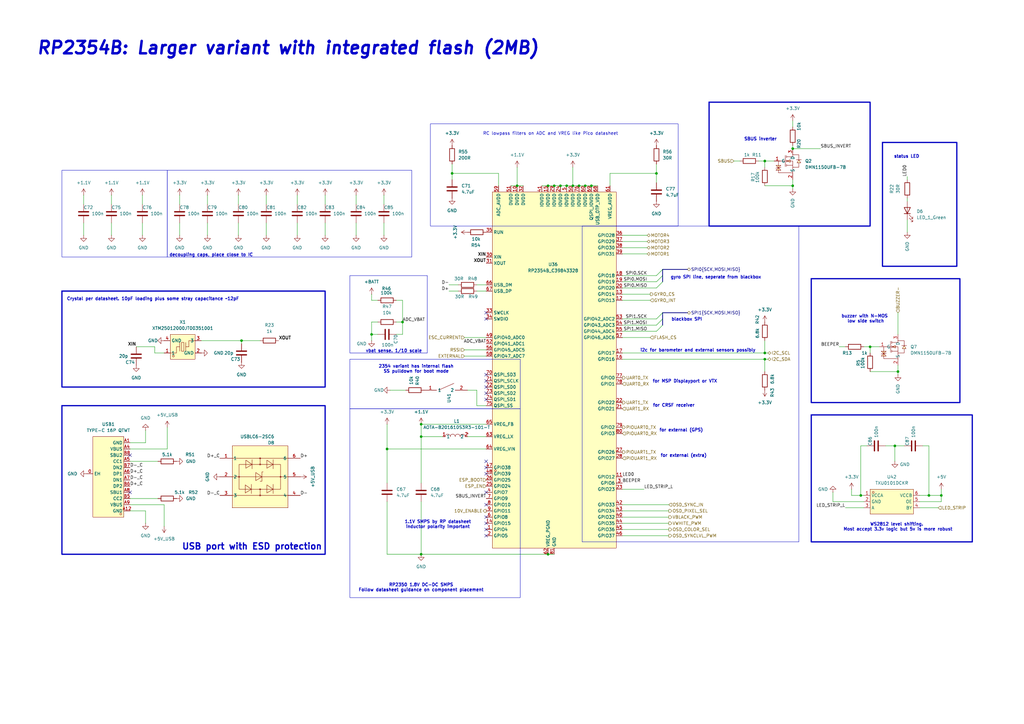
<source format=kicad_sch>
(kicad_sch (version 20250114) (generator "eeschema") (generator_version "9.0")
  (paper "A3")
  (rectangle (start 238.76 92.71) (end 327.66 222.25))
  (rectangle (start 361.95 58.42) (end 392.43 109.22) (stroke (width 0.508)))
  (rectangle (start 332.74 114.3) (end 393.7 165.1) (stroke (width 0.508)))
  (rectangle (start 25.4 166.37) (end 133.35 227.33) (stroke (width 0.508)))
  (rectangle (start 143.51 113.03) (end 175.26 144.78))
  (rectangle (start 25.4 69.85) (end 68.58 105.41))
  (rectangle (start 290.83 41.91) (end 356.87 92.71) (stroke (width 0.508)))
  (rectangle (start 143.51 147.32) (end 213.36 167.64))
  (rectangle (start 143.51 167.64) (end 213.36 245.11))
  (rectangle (start 68.58 69.85) (end 168.91 105.41))
  (rectangle (start 332.74 170.18) (end 398.78 222.25) (stroke (width 0.508)))
  (rectangle (start 25.4 119.38) (end 133.35 158.75) (stroke (width 0.508)))
  (text "vbat sense. 1/10 scale" (at 161.544 144.018 0) (effects (font (size 1.27 1.27) (thickness 0.254) (bold yes))))
  (text "RP2354B: Larger variant with integrated flash (2MB)" (at 118.11 19.812 0) (effects (font (size 5.08 5.08) (thickness 1.016) (bold yes) (italic yes))))
  (text "blackbox SPI" (at 281.686 131.064 0) (effects (font (size 1.27 1.27) (thickness 0.254) (bold yes))))
  (text "buzzer with N-MOS \nlow side switch" (at 355.092 130.81 0) (effects (font (size 1.27 1.27) (thickness 0.254) (bold yes))))
  (text "for MSP Displayport or VTX" (at 280.924 156.464 0) (effects (font (size 1.27 1.27) (thickness 0.254) (bold yes))))
  (text "2354 variant has internal flash\nSS pulldown for boot mode" (at 170.688 151.384 0) (effects (font (size 1.27 1.27) (thickness 0.254) (bold yes))))
  (text "RP2350 1.8V DC-DC SMPS\nFollow datasheet guidance on component placement" (at 172.72 241.046 0) (effects (font (size 1.27 1.27) (thickness 0.254) (bold yes))))
  (text "for CRSF receiver" (at 276.352 166.37 0) (effects (font (size 1.27 1.27) (thickness 0.254) (bold yes))))
  (text "gyro SPI line, seperate from blackbox" (at 293.624 113.792 0) (effects (font (size 1.27 1.27) (thickness 0.254) (bold yes))))
  (text "decoupling caps, place close to IC" (at 86.614 104.648 0) (effects (font (size 1.27 1.27) (thickness 0.254) (bold yes))))
  (text "for external (extra)" (at 280.416 186.944 0) (effects (font (size 1.27 1.27) (thickness 0.254) (bold yes))))
  (text "status LED" (at 371.856 64.262 0) (effects (font (size 1.27 1.27) (thickness 0.254) (bold yes))))
  (text "Crystal per datasheet. 10pF loading plus some stray capacitance ~12pF" (at 62.738 122.682 0) (effects (font (size 1.27 1.27) (thickness 0.254) (bold yes))))
  (text "for external (GPS)" (at 279.4 176.53 0) (effects (font (size 1.27 1.27) (thickness 0.254) (bold yes))))
  (text "i2c for barometer and external sensors possibly" (at 286.258 143.764 0) (effects (font (size 1.27 1.27) (thickness 0.254) (bold yes))))
  (text "SBUS inverter" (at 311.912 57.15 0) (effects (font (size 1.27 1.27) (thickness 0.254) (bold yes))))
  (text "RC lowpass filters on ADC and VREG like Pico datasheet" (at 225.806 54.864 0) (effects (font (size 1.27 1.27))))
  (text "WS2812 level shifting.\n Most accept 3.3v logic but 5v is more robust" (at 367.792 216.154 0) (effects (font (size 1.27 1.27) (thickness 0.254) (bold yes))))
  (text "USB port with ESD protection" (at 103.378 224.282 0) (effects (font (size 2.54 2.54) (thickness 0.508) (bold yes))))
  (text "1.1V SMPS by RP datasheet\ninductor polarity important" (at 179.578 215.138 0) (effects (font (size 1.27 1.27) (thickness 0.254) (bold yes))))
  (text_box "" (at 176.53 50.8 0) (size 101.6 41.91) (margins 0.9525 0.9525 0.9525 0.9525) (effects (font (size 1.27 1.27)) (justify left top)))
  (junction (at 224.79 227.33))
  (junction (at 172.72 173.99))
  (junction (at 99.06 139.7))
  (junction (at 242.57 76.2))
  (junction (at 237.49 76.2))
  (junction (at 158.75 184.15))
  (junction (at 325.12 60.96))
  (junction (at 229.87 76.2))
  (junction (at 152.4 137.16))
  (junction (at 325.12 76.2))
  (junction (at 356.87 142.24))
  (junction (at 224.79 76.2))
  (junction (at 353.06 203.2))
  (junction (at 313.69 144.78))
  (junction (at 232.41 76.2))
  (junction (at 165.1 132.08))
  (junction (at 367.03 182.88))
  (junction (at 269.24 71.12))
  (junction (at 172.72 227.33))
  (junction (at 381 203.2))
  (junction (at 227.33 76.2))
  (junction (at 240.03 76.2))
  (junction (at 368.3 152.4))
  (junction (at 313.69 66.04))
  (junction (at 313.69 147.32))
  (junction (at 212.09 76.2))
  (junction (at 234.95 76.2))
  (junction (at 172.72 179.07))
  (junction (at 386.08 203.2))
  (junction (at 185.42 71.12))
  (no_connect (at 53.34 201.93))
  (no_connect (at 199.39 217.17))
  (no_connect (at 199.39 191.77))
  (no_connect (at 199.39 130.81))
  (no_connect (at 199.39 163.83))
  (no_connect (at 199.39 194.31))
  (no_connect (at 199.39 153.67))
  (no_connect (at 199.39 207.01))
  (no_connect (at 199.39 158.75))
  (no_connect (at 199.39 128.27))
  (no_connect (at 199.39 161.29))
  (no_connect (at 53.34 186.69))
  (no_connect (at 199.39 189.23))
  (no_connect (at 199.39 201.93))
  (no_connect (at 199.39 212.09))
  (no_connect (at 199.39 214.63))
  (no_connect (at 199.39 219.71))
  (no_connect (at 199.39 156.21))
  (bus_entry (at 269.24 115.57) (size 2.54 -2.54))
  (bus_entry (at 269.24 133.35) (size 2.54 -2.54))
  (bus_entry (at 269.24 130.81) (size 2.54 -2.54))
  (bus_entry (at 269.24 135.89) (size 2.54 -2.54))
  (bus_entry (at 269.24 118.11) (size 2.54 -2.54))
  (bus_entry (at 269.24 113.03) (size 2.54 -2.54))
  (wire (pts (xy 67.31 207.01) (xy 67.31 215.9)))
  (wire (pts (xy 99.06 139.7) (xy 99.06 140.97)))
  (wire (pts (xy 255.27 120.65) (xy 266.7 120.65)))
  (wire (pts (xy 255.27 115.57) (xy 269.24 115.57)))
  (wire (pts (xy 353.06 182.88) (xy 355.6 182.88)))
  (wire (pts (xy 191.77 179.07) (xy 199.39 179.07)))
  (wire (pts (xy 224.79 227.33) (xy 227.33 227.33)))
  (wire (pts (xy 381 182.88) (xy 378.46 182.88)))
  (wire (pts (xy 255.27 209.55) (xy 274.32 209.55)))
  (wire (pts (xy 325.12 76.2) (xy 325.12 77.47)))
  (wire (pts (xy 158.75 184.15) (xy 158.75 198.12)))
  (wire (pts (xy 190.5 138.43) (xy 199.39 138.43)))
  (wire (pts (xy 184.15 116.84) (xy 187.96 116.84)))
  (wire (pts (xy 367.03 182.88) (xy 370.84 182.88)))
  (wire (pts (xy 341.63 205.74) (xy 341.63 201.93)))
  (wire (pts (xy 269.24 67.31) (xy 269.24 71.12)))
  (wire (pts (xy 356.87 142.24) (xy 360.68 142.24)))
  (wire (pts (xy 227.33 76.2) (xy 229.87 76.2)))
  (wire (pts (xy 250.19 76.2) (xy 250.19 71.12)))
  (wire (pts (xy 212.09 68.58) (xy 212.09 76.2)))
  (wire (pts (xy 53.34 207.01) (xy 67.31 207.01)))
  (wire (pts (xy 386.08 200.66) (xy 386.08 203.2)))
  (wire (pts (xy 346.71 208.28) (xy 354.33 208.28)))
  (wire (pts (xy 209.55 76.2) (xy 212.09 76.2)))
  (wire (pts (xy 34.29 80.01) (xy 34.29 83.82)))
  (wire (pts (xy 109.22 91.44) (xy 109.22 96.52)))
  (wire (pts (xy 255.27 123.19) (xy 266.7 123.19)))
  (wire (pts (xy 349.25 200.66) (xy 349.25 203.2)))
  (wire (pts (xy 325.12 60.96) (xy 336.55 60.96)))
  (wire (pts (xy 58.42 91.44) (xy 58.42 96.52)))
  (wire (pts (xy 172.72 173.99) (xy 199.39 173.99)))
  (wire (pts (xy 204.47 76.2) (xy 204.47 71.12)))
  (wire (pts (xy 313.69 76.2) (xy 325.12 76.2)))
  (wire (pts (xy 381 203.2) (xy 386.08 203.2)))
  (wire (pts (xy 190.5 146.05) (xy 199.39 146.05)))
  (bus (pts (xy 271.78 130.81) (xy 271.78 133.35)))
  (wire (pts (xy 53.34 184.15) (xy 68.58 184.15)))
  (wire (pts (xy 190.5 143.51) (xy 199.39 143.51)))
  (wire (pts (xy 255.27 219.71) (xy 274.32 219.71)))
  (wire (pts (xy 255.27 214.63) (xy 274.32 214.63)))
  (wire (pts (xy 354.33 142.24) (xy 356.87 142.24)))
  (wire (pts (xy 172.72 227.33) (xy 172.72 205.74)))
  (bus (pts (xy 271.78 128.27) (xy 281.94 128.27)))
  (wire (pts (xy 377.19 205.74) (xy 386.08 205.74)))
  (wire (pts (xy 53.34 181.61) (xy 59.69 181.61)))
  (wire (pts (xy 53.34 189.23) (xy 64.77 189.23)))
  (wire (pts (xy 363.22 182.88) (xy 367.03 182.88)))
  (wire (pts (xy 255.27 113.03) (xy 269.24 113.03)))
  (wire (pts (xy 234.95 76.2) (xy 237.49 76.2)))
  (bus (pts (xy 271.78 113.03) (xy 271.78 115.57)))
  (wire (pts (xy 255.27 130.81) (xy 269.24 130.81)))
  (bus (pts (xy 271.78 110.49) (xy 271.78 113.03)))
  (wire (pts (xy 368.3 152.4) (xy 368.3 153.67)))
  (wire (pts (xy 372.11 95.25) (xy 372.11 90.17)))
  (wire (pts (xy 59.69 209.55) (xy 59.69 214.63)))
  (wire (pts (xy 313.69 152.4) (xy 313.69 147.32)))
  (wire (pts (xy 152.4 139.7) (xy 152.4 137.16)))
  (wire (pts (xy 45.72 91.44) (xy 45.72 96.52)))
  (wire (pts (xy 242.57 76.2) (xy 245.11 76.2)))
  (wire (pts (xy 172.72 173.99) (xy 172.72 179.07)))
  (wire (pts (xy 158.75 173.99) (xy 158.75 184.15)))
  (wire (pts (xy 313.69 147.32) (xy 314.96 147.32)))
  (wire (pts (xy 172.72 179.07) (xy 172.72 198.12)))
  (wire (pts (xy 255.27 133.35) (xy 269.24 133.35)))
  (wire (pts (xy 162.56 132.08) (xy 165.1 132.08)))
  (wire (pts (xy 85.09 80.01) (xy 85.09 83.82)))
  (wire (pts (xy 372.11 73.66) (xy 372.11 72.39)))
  (wire (pts (xy 265.43 101.6) (xy 255.27 101.6)))
  (wire (pts (xy 269.24 71.12) (xy 269.24 74.93)))
  (wire (pts (xy 265.43 104.14) (xy 255.27 104.14)))
  (wire (pts (xy 121.92 91.44) (xy 121.92 96.52)))
  (wire (pts (xy 255.27 147.32) (xy 313.69 147.32)))
  (wire (pts (xy 224.79 76.2) (xy 227.33 76.2)))
  (wire (pts (xy 55.88 142.24) (xy 63.5 142.24)))
  (wire (pts (xy 204.47 71.12) (xy 185.42 71.12)))
  (wire (pts (xy 185.42 67.31) (xy 185.42 71.12)))
  (wire (pts (xy 146.05 91.44) (xy 146.05 96.52)))
  (wire (pts (xy 195.58 166.37) (xy 199.39 166.37)))
  (wire (pts (xy 265.43 99.06) (xy 255.27 99.06)))
  (wire (pts (xy 313.69 144.78) (xy 314.96 144.78)))
  (wire (pts (xy 255.27 207.01) (xy 274.32 207.01)))
  (wire (pts (xy 269.24 118.11) (xy 255.27 118.11)))
  (bus (pts (xy 271.78 110.49) (xy 281.94 110.49)))
  (wire (pts (xy 313.69 66.04) (xy 313.69 68.58)))
  (wire (pts (xy 99.06 139.7) (xy 106.68 139.7)))
  (wire (pts (xy 184.15 119.38) (xy 187.96 119.38)))
  (wire (pts (xy 325.12 73.66) (xy 325.12 76.2)))
  (wire (pts (xy 300.99 66.04) (xy 303.53 66.04)))
  (wire (pts (xy 255.27 217.17) (xy 274.32 217.17)))
  (wire (pts (xy 234.95 68.58) (xy 234.95 76.2)))
  (wire (pts (xy 356.87 142.24) (xy 356.87 144.78)))
  (wire (pts (xy 265.43 96.52) (xy 255.27 96.52)))
  (wire (pts (xy 195.58 116.84) (xy 199.39 116.84)))
  (wire (pts (xy 255.27 212.09) (xy 274.32 212.09)))
  (wire (pts (xy 53.34 204.47) (xy 64.77 204.47)))
  (wire (pts (xy 195.58 160.02) (xy 195.58 166.37)))
  (wire (pts (xy 250.19 71.12) (xy 269.24 71.12)))
  (wire (pts (xy 325.12 59.69) (xy 325.12 60.96)))
  (wire (pts (xy 377.19 208.28) (xy 384.81 208.28)))
  (wire (pts (xy 165.1 132.08) (xy 165.1 123.19)))
  (wire (pts (xy 146.05 80.01) (xy 146.05 83.82)))
  (wire (pts (xy 269.24 135.89) (xy 255.27 135.89)))
  (bus (pts (xy 271.78 128.27) (xy 271.78 130.81)))
  (wire (pts (xy 58.42 80.01) (xy 58.42 83.82)))
  (wire (pts (xy 97.79 80.01) (xy 97.79 83.82)))
  (wire (pts (xy 152.4 137.16) (xy 154.94 137.16)))
  (wire (pts (xy 264.16 200.66) (xy 255.27 200.66)))
  (wire (pts (xy 162.56 137.16) (xy 165.1 137.16)))
  (wire (pts (xy 121.92 80.01) (xy 121.92 83.82)))
  (wire (pts (xy 165.1 123.19) (xy 162.56 123.19)))
  (wire (pts (xy 199.39 184.15) (xy 158.75 184.15)))
  (wire (pts (xy 157.48 80.01) (xy 157.48 83.82)))
  (wire (pts (xy 82.55 139.7) (xy 99.06 139.7)))
  (wire (pts (xy 158.75 227.33) (xy 172.72 227.33)))
  (wire (pts (xy 158.75 205.74) (xy 158.75 227.33)))
  (wire (pts (xy 232.41 76.2) (xy 234.95 76.2)))
  (wire (pts (xy 172.72 227.33) (xy 224.79 227.33)))
  (wire (pts (xy 381 203.2) (xy 381 182.88)))
  (wire (pts (xy 195.58 119.38) (xy 199.39 119.38)))
  (wire (pts (xy 191.77 160.02) (xy 195.58 160.02)))
  (wire (pts (xy 325.12 49.53) (xy 325.12 52.07)))
  (wire (pts (xy 368.3 149.86) (xy 368.3 152.4)))
  (wire (pts (xy 63.5 142.24) (xy 63.5 144.78)))
  (wire (pts (xy 73.66 80.01) (xy 73.66 83.82)))
  (wire (pts (xy 73.66 91.44) (xy 73.66 96.52)))
  (wire (pts (xy 353.06 203.2) (xy 353.06 182.88)))
  (wire (pts (xy 59.69 176.53) (xy 59.69 181.61)))
  (wire (pts (xy 152.4 132.08) (xy 154.94 132.08)))
  (wire (pts (xy 313.69 66.04) (xy 317.5 66.04)))
  (wire (pts (xy 353.06 203.2) (xy 349.25 203.2)))
  (wire (pts (xy 354.33 203.2) (xy 353.06 203.2)))
  (wire (pts (xy 68.58 184.15) (xy 68.58 175.26)))
  (wire (pts (xy 63.5 144.78) (xy 67.31 144.78)))
  (wire (pts (xy 109.22 80.01) (xy 109.22 83.82)))
  (wire (pts (xy 185.42 71.12) (xy 185.42 73.66)))
  (wire (pts (xy 356.87 152.4) (xy 368.3 152.4)))
  (wire (pts (xy 160.02 160.02) (xy 166.37 160.02)))
  (wire (pts (xy 367.03 189.23) (xy 367.03 182.88)))
  (wire (pts (xy 255.27 144.78) (xy 313.69 144.78)))
  (wire (pts (xy 133.35 91.44) (xy 133.35 96.52)))
  (wire (pts (xy 165.1 132.08) (xy 165.1 137.16)))
  (wire (pts (xy 240.03 76.2) (xy 242.57 76.2)))
  (wire (pts (xy 152.4 120.65) (xy 152.4 123.19)))
  (wire (pts (xy 45.72 80.01) (xy 45.72 83.82)))
  (wire (pts (xy 368.3 128.27) (xy 368.3 137.16)))
  (wire (pts (xy 212.09 76.2) (xy 214.63 76.2)))
  (wire (pts (xy 53.34 209.55) (xy 59.69 209.55)))
  (wire (pts (xy 34.29 91.44) (xy 34.29 96.52)))
  (wire (pts (xy 229.87 76.2) (xy 232.41 76.2)))
  (wire (pts (xy 133.35 80.01) (xy 133.35 83.82)))
  (wire (pts (xy 311.15 66.04) (xy 313.69 66.04)))
  (wire (pts (xy 372.11 82.55) (xy 372.11 81.28)))
  (wire (pts (xy 152.4 137.16) (xy 152.4 132.08)))
  (wire (pts (xy 313.69 139.7) (xy 313.69 144.78)))
  (wire (pts (xy 255.27 138.43) (xy 266.7 138.43)))
  (wire (pts (xy 85.09 91.44) (xy 85.09 96.52)))
  (wire (pts (xy 222.25 76.2) (xy 224.79 76.2)))
  (wire (pts (xy 172.72 179.07) (xy 181.61 179.07)))
  (wire (pts (xy 377.19 203.2) (xy 381 203.2)))
  (wire (pts (xy 344.17 142.24) (xy 346.71 142.24)))
  (wire (pts (xy 152.4 123.19) (xy 154.94 123.19)))
  (wire (pts (xy 386.08 205.74) (xy 386.08 203.2)))
  (wire (pts (xy 354.33 205.74) (xy 341.63 205.74)))
  (wire (pts (xy 97.79 91.44) (xy 97.79 96.52)))
  (wire (pts (xy 157.48 91.44) (xy 157.48 96.52)))
  (wire (pts (xy 237.49 76.2) (xy 240.03 76.2)))
  (label "BEEPER" (at 344.17 142.24 180))
  (label "SPI1.MOSI" (at 265.43 133.35 180))
  (label "D-_C" (at 53.34 196.85 0))
  (label "BEEPER" (at 255.27 198.12 0))
  (label "SPI0.SCK" (at 265.43 113.03 180))
  (label "D+" (at 184.15 119.38 180))
  (label "D+" (at 123.19 187.96 0))
  (label "SBUS_INVERT" (at 336.55 60.96 0))
  (label "XIN" (at 199.39 105.41 180) (effects (font (thickness 0.254) (bold yes))))
  (label "ADC_VBAT" (at 199.39 140.97 180) (effects (font (thickness 0.1588))))
  (label "LED0" (at 255.27 195.58 0))
  (label "LED_STRIP_L" (at 264.16 200.66 0))
  (label "D-_C" (at 53.34 191.77 0))
  (label "D-_C" (at 90.17 203.2 180))
  (label "SPI0.MOSI" (at 265.43 115.57 180))
  (label "SPI1.SCK" (at 265.43 130.81 180))
  (label "LED_STRIP_L" (at 346.71 208.28 180))
  (label "ADC_VBAT" (at 165.1 132.08 0) (effects (font (thickness 0.1588))))
  (label "D+_C" (at 90.17 187.96 180))
  (label "D-" (at 184.15 116.84 180))
  (label "XOUT" (at 114.3 139.7 0) (effects (font (thickness 0.254) (bold yes))))
  (label "D+_C" (at 53.34 194.31 0))
  (label "SBUS_INVERT" (at 199.39 204.47 180))
  (label "D-" (at 123.19 203.2 0))
  (label "SPI1.MISO" (at 265.43 135.89 180))
  (label "XOUT" (at 199.39 107.95 180) (effects (font (thickness 0.254) (bold yes))))
  (label "XIN" (at 55.88 142.24 180) (effects (font (thickness 0.254) (bold yes))))
  (label "SPI0.MISO" (at 265.43 118.11 180))
  (label "D+_C" (at 53.34 199.39 0))
  (label "LED0" (at 372.11 72.39 90))
  (hierarchical_label "OSD_SYNC_IN" (shape input) (at 274.32 207.01 0))
  (hierarchical_label "I2C_SCL" (shape bidirectional) (at 314.96 144.78 0))
  (hierarchical_label "MOTOR2" (shape bidirectional) (at 265.43 101.6 0))
  (hierarchical_label "PIOUART1_TX" (shape output) (at 255.27 185.42 0))
  (hierarchical_label "VBLACK_PWM" (shape output) (at 274.32 212.09 0))
  (hierarchical_label "FLASH_CS" (shape input) (at 266.7 138.43 0))
  (hierarchical_label "OSD_COLOR_SEL" (shape output) (at 274.32 217.17 0))
  (hierarchical_label "ESP_EN" (shape input) (at 199.39 199.39 180))
  (hierarchical_label "SPI0{SCK,MOSI,MISO}" (shape bidirectional) (at 281.94 110.49 0))
  (hierarchical_label "MOTOR1" (shape bidirectional) (at 265.43 104.14 0))
  (hierarchical_label "GYRO_INT" (shape input) (at 266.7 123.19 0))
  (hierarchical_label "SPI1{SCK,MOSI,MISO}" (shape bidirectional) (at 281.94 128.27 0))
  (hierarchical_label "UART1_TX" (shape output) (at 255.27 165.1 0))
  (hierarchical_label "PIOUART0_RX" (shape input) (at 255.27 177.8 0))
  (hierarchical_label "OSD_SYNCLVL_PWM" (shape output) (at 274.32 219.71 0))
  (hierarchical_label "10V_ENABLE" (shape output) (at 199.39 209.55 180))
  (hierarchical_label "LED_STRIP" (shape input) (at 384.81 208.28 0))
  (hierarchical_label "UART1_RX" (shape input) (at 255.27 167.64 0))
  (hierarchical_label "OSD_PIXEL_SEL" (shape output) (at 274.32 209.55 0))
  (hierarchical_label "SBUS" (shape input) (at 300.99 66.04 180))
  (hierarchical_label "BUZZER-" (shape input) (at 368.3 128.27 90))
  (hierarchical_label "ESP_BOOT" (shape input) (at 199.39 196.85 180))
  (hierarchical_label "UART0_TX" (shape output) (at 255.27 154.94 0))
  (hierarchical_label "GYRO_CS" (shape output) (at 266.7 120.65 0))
  (hierarchical_label "MOTOR3" (shape bidirectional) (at 265.43 99.06 0))
  (hierarchical_label "UART0_RX" (shape input) (at 255.27 157.48 0))
  (hierarchical_label "RSSI" (shape input) (at 190.5 143.51 180))
  (hierarchical_label "MOTOR4" (shape bidirectional) (at 265.43 96.52 0))
  (hierarchical_label "PIOUART1_RX" (shape input) (at 255.27 187.96 0))
  (hierarchical_label "I2C_SDA" (shape bidirectional) (at 314.96 147.32 0))
  (hierarchical_label "VWHITE_PWM" (shape output) (at 274.32 214.63 0))
  (hierarchical_label "PIOUART0_TX" (shape output) (at 255.27 175.26 0))
  (hierarchical_label "ESC_CURRENT" (shape input) (at 190.5 138.43 180))
  (hierarchical_label "EXTERNAL" (shape input) (at 190.5 146.05 180))
  (symbol (lib_id "power:GND") (at 269.24 82.55 0) (unit 1)
    (property "Reference" "#PWR0239" (effects (hide yes)))
    (property "Value" "GND" (at 269.24 87.63 0))
    (property "Description" "Power symbol creates a global label with name \"GND\" , ground" (effects (hide yes)))
  )
  (symbol (lib_id "Device:C") (at 158.75 201.93 0) (unit 1)
    (property "Reference" "C67" (at 162.56 200.6599 0) (effects (justify left)))
    (property "Value" "4.7uF" (at 162.56 203.1999 0) (effects (justify left)))
    (property "Footprint" "Capacitor_SMD:C_0402_1005Metric" (effects (hide yes)))
    (property "Description" "Unpolarized capacitor" (effects (hide yes)))
    (property "LCSC" "C23733" (effects (hide yes)))
  )
  (symbol (lib_id "power:GND") (at 59.69 214.63 0) (unit 1)
    (property "Reference" "#PWR0216" (effects (hide yes)))
    (property "Value" "GND" (at 59.69 219.71 0))
    (property "Description" "Power symbol creates a global label with name \"GND\" , ground" (effects (hide yes)))
  )
  (symbol (lib_id "power:GND") (at 67.31 139.7 270) (unit 1)
    (property "Reference" "#PWR0230" (effects (hide yes)))
    (property "Value" "GND" (at 64.77 139.6999 90) (effects (justify right)))
    (property "Description" "Power symbol creates a global label with name \"GND\" , ground" (effects (hide yes)))
  )
  (symbol (lib_id "Device:R") (at 110.49 139.7 90) (unit 1)
    (property "Reference" "R23" (at 110.49 133.35 90))
    (property "Value" "1k" (at 110.49 135.89 90))
    (property "Footprint" "Resistor_SMD:R_0402_1005Metric" (effects (hide yes)))
    (property "Description" "Resistor" (effects (hide yes)))
    (property "LCSC" "C2909316" (effects (hide yes)))
  )
  (symbol (lib_id "lib:TS2306A240GFMSM9_C2976675") (at 184.15 160.02 0) (unit 1)
    (property "Reference" "U41" (at 184.1601 161.29 90) (effects (justify right)))
    (property "Value" "TS2306A 240GF MSM 9_C2976675" (effects (hide yes)))
    (property "Footprint" "lib:SW-SMD_4P-L3.0-W2.0-P0.85-LS3.5" (effects (hide yes)))
    (property "LCSC Part" "C2976675" (effects (hide yes)))
  )
  (symbol (lib_id "power:+BATT") (at 152.4 120.65 0) (unit 1)
    (property "Reference" "#PWR0212" (effects (hide yes)))
    (property "Value" "+BATT" (at 152.4 115.57 0))
  )
  (symbol (lib_id "power:GND") (at 35.56 194.31 270) (unit 1)
    (property "Reference" "#PWR0214" (effects (hide yes)))
    (property "Value" "GND" (at 31.75 194.3099 90) (effects (justify right)))
    (property "Description" "Power symbol creates a global label with name \"GND\" , ground" (effects (hide yes)))
  )
  (symbol (lib_id "power:GND") (at 59.69 176.53 180) (unit 1)
    (property "Reference" "#PWR0215" (effects (hide yes)))
    (property "Value" "GND" (at 59.69 171.45 0))
    (property "Description" "Power symbol creates a global label with name \"GND\" , ground" (effects (hide yes)))
  )
  (symbol (lib_id "power:GND") (at 133.35 96.52 0) (unit 1)
    (property "Reference" "#PWR0251" (effects (hide yes)))
    (property "Value" "GND" (at 133.35 101.6 0))
    (property "Description" "Power symbol creates a global label with name \"GND\" , ground" (effects (hide yes)))
  )
  (symbol (lib_id "Device:R") (at 158.75 132.08 90) (unit 1)
    (property "Reference" "R47" (at 158.75 125.73 90))
    (property "Value" "10k" (at 158.75 128.27 90))
    (property "Footprint" "Resistor_SMD:R_0402_1005Metric" (effects (hide yes)))
    (property "Description" "Resistor" (effects (hide yes)))
    (property "LCSC" "C2909316" (effects (hide yes)))
  )
  (symbol (lib_id "power:+3.3V") (at 269.24 59.69 0) (unit 1)
    (property "Reference" "#PWR0238" (effects (hide yes)))
    (property "Value" "+3.3V" (at 269.24 54.61 0))
    (property "Description" "Power symbol creates a global label with name \"+3.3V\"" (effects (hide yes)))
  )
  (symbol (lib_id "power:VBUS") (at 67.31 215.9 180) (unit 1)
    (property "Reference" "#PWR0217" (effects (hide yes)))
    (property "Value" "+5V_USB" (at 67.31 220.98 0))
    (property "Description" "Power symbol creates a global label with name \"VBUS\"" (effects (hide yes)))
  )
  (symbol (lib_id "power:+3.3V") (at 313.69 160.02 180) (unit 1)
    (property "Reference" "#PWR0211" (effects (hide yes)))
    (property "Value" "+3.3V" (at 313.69 165.1 0))
    (property "Description" "Power symbol creates a global label with name \"+3.3V\"" (effects (hide yes)))
  )
  (symbol (lib_id "power:+3.3V") (at 212.09 68.58 0) (unit 1)
    (property "Reference" "#PWR0236" (effects (hide yes)))
    (property "Value" "+1.1V" (at 212.09 63.5 0))
    (property "Description" "Power symbol creates a global label with name \"+3.3V\"" (effects (hide yes)))
  )
  (symbol (lib_id "power:+3.3V") (at 34.29 80.01 0) (unit 1)
    (property "Reference" "#PWR0226" (effects (hide yes)))
    (property "Value" "+1.1V" (at 34.29 74.93 0))
    (property "Description" "Power symbol creates a global label with name \"+3.3V\"" (effects (hide yes)))
  )
  (symbol (lib_id "power:VBUS") (at 123.19 195.58 270) (unit 1)
    (property "Reference" "#PWR0222" (effects (hide yes)))
    (property "Value" "+5V_USB" (at 128.27 195.58 0))
    (property "Description" "Power symbol creates a global label with name \"VBUS\"" (effects (hide yes)))
  )
  (symbol (lib_id "Device:R") (at 191.77 119.38 270) (unit 1)
    (property "Reference" "R49" (at 194.056 121.666 90))
    (property "Value" "30R" (at 188.468 121.666 90))
    (property "Footprint" "Resistor_SMD:R_0402_1005Metric" (effects (hide yes)))
    (property "Description" "Resistor" (effects (hide yes)))
    (property "LCSC" "C138007" (effects (hide yes)))
  )
  (symbol (lib_id "Device:C") (at 85.09 87.63 0) (unit 1)
    (property "Reference" "C79" (at 85.09 85.09 0) (effects (justify left)))
    (property "Value" "100n" (at 88.392 87.63 0) (effects (justify left)))
    (property "Footprint" "Capacitor_SMD:C_0402_1005Metric" (effects (hide yes)))
    (property "LCSC" "C1525" (effects (hide yes)))
  )
  (symbol (lib_id "power:+3.3V") (at 121.92 80.01 0) (unit 1)
    (property "Reference" "#PWR0248" (effects (hide yes)))
    (property "Value" "+3.3V" (at 121.92 74.93 0))
    (property "Description" "Power symbol creates a global label with name \"+3.3V\"" (effects (hide yes)))
  )
  (symbol (lib_id "Device:C") (at 73.66 87.63 0) (unit 1)
    (property "Reference" "C78" (at 73.66 85.09 0) (effects (justify left)))
    (property "Value" "100n" (at 76.962 87.63 0) (effects (justify left)))
    (property "Footprint" "Capacitor_SMD:C_0402_1005Metric" (effects (hide yes)))
    (property "LCSC" "C1525" (effects (hide yes)))
  )
  (symbol (lib_id "Device:C") (at 99.06 144.78 180) (unit 1)
    (property "Reference" "C73" (at 98.552 147.32 0) (effects (justify left)))
    (property "Value" "20p" (at 95.758 144.78 0) (effects (justify left)))
    (property "Footprint" "Capacitor_SMD:C_0402_1005Metric" (effects (hide yes)))
    (property "LCSC" "C441742" (effects (hide yes)))
  )
  (symbol (lib_id "power:+3.3V") (at 45.72 80.01 0) (unit 1)
    (property "Reference" "#PWR0228" (effects (hide yes)))
    (property "Value" "+1.1V" (at 45.72 74.93 0))
    (property "Description" "Power symbol creates a global label with name \"+3.3V\"" (effects (hide yes)))
  )
  (symbol (lib_id "lib:TYPE-C16PQTWT") (at 44.45 195.58 180) (unit 1)
    (property "Reference" "USB1" (at 44.45 173.99 0))
    (property "Value" "TYPE-C 16P QTWT" (at 44.45 176.53 0))
    (property "Footprint" "lib:USB-TYPE-C-SMD_TYPE-C-16P-QTWT" (effects (hide yes)))
    (property "LCSC Part" "C5187472" (effects (hide yes)))
  )
  (symbol (lib_id "Device:R") (at 195.58 95.25 90) (unit 1)
    (property "Reference" "R54" (at 197.104 100.584 90) (effects (justify left)))
    (property "Value" "10k" (at 197.104 98.044 90) (effects (justify left)))
    (property "Footprint" "Resistor_SMD:R_0402_1005Metric" (effects (hide yes)))
    (property "Description" "Resistor" (effects (hide yes)))
    (property "LCSC" "C2909316" (effects (hide yes)))
  )
  (symbol (lib_id "Device:R") (at 325.12 55.88 180) (unit 1)
    (property "Reference" "R20" (at 327.66 58.928 90))
    (property "Value" "10k" (at 327.66 51.816 90))
    (property "Footprint" "Resistor_SMD:R_0402_1005Metric" (effects (hide yes)))
    (property "Description" "Resistor" (effects (hide yes)))
    (property "LCSC" "C106235" (effects (hide yes)))
  )
  (symbol (lib_id "Device:R") (at 170.18 160.02 90) (unit 1)
    (property "Reference" "R40" (at 171.196 154.178 0) (effects (justify right)))
    (property "Value" "10k" (at 168.656 154.178 0) (effects (justify right)))
    (property "Footprint" "Resistor_SMD:R_0402_1005Metric" (effects (hide yes)))
    (property "Description" "Resistor" (effects (hide yes)))
    (property "LCSC" "C2909316" (effects (hide yes)))
  )
  (symbol (lib_id "Device:R") (at 307.34 66.04 270) (unit 1)
    (property "Reference" "R11" (at 310.388 63.5 90))
    (property "Value" "1k" (at 306.324 63.5 90))
    (property "Footprint" "Resistor_SMD:R_0402_1005Metric" (effects (hide yes)))
    (property "Description" "Resistor" (effects (hide yes)))
    (property "LCSC" "C106235" (effects (hide yes)))
  )
  (symbol (lib_id "power:+3.3V") (at 234.95 68.58 0) (unit 1)
    (property "Reference" "#PWR0237" (effects (hide yes)))
    (property "Value" "+3.3V" (at 234.95 63.5 0))
    (property "Description" "Power symbol creates a global label with name \"+3.3V\"" (effects (hide yes)))
  )
  (symbol (lib_id "power:GND") (at 152.4 139.7 0) (unit 1)
    (property "Reference" "#PWR0213" (effects (hide yes)))
    (property "Value" "GND" (at 150.368 140.97 0) (effects (justify right)))
  )
  (symbol (lib_id "power:GND") (at 34.29 96.52 0) (unit 1)
    (property "Reference" "#PWR0227" (effects (hide yes)))
    (property "Value" "GND" (at 34.29 101.6 0))
    (property "Description" "Power symbol creates a global label with name \"GND\" , ground" (effects (hide yes)))
  )
  (symbol (lib_id "Device:C") (at 34.29 87.63 0) (unit 1)
    (property "Reference" "C72" (at 34.29 85.09 0) (effects (justify left)))
    (property "Value" "100n" (at 37.592 87.63 0) (effects (justify left)))
    (property "Footprint" "Capacitor_SMD:C_0402_1005Metric" (effects (hide yes)))
    (property "LCSC" "C1525" (effects (hide yes)))
  )
  (symbol (lib_id "Device:R") (at 313.69 72.39 180) (unit 1)
    (property "Reference" "R17" (at 308.864 72.644 90))
    (property "Value" "100k" (at 310.642 72.644 90))
    (property "Footprint" "Resistor_SMD:R_0402_1005Metric" (effects (hide yes)))
    (property "LCSC" "C60491" (effects (hide yes)))
  )
  (symbol (lib_id "power:GND") (at 146.05 96.52 0) (unit 1)
    (property "Reference" "#PWR0253" (effects (hide yes)))
    (property "Value" "GND" (at 146.05 101.6 0))
    (property "Description" "Power symbol creates a global label with name \"GND\" , ground" (effects (hide yes)))
  )
  (symbol (lib_id "Device:R") (at 68.58 189.23 270) (unit 1)
    (property "Reference" "R51" (at 77.978 186.436 90))
    (property "Value" "5.1k" (at 68.58 186.436 90))
    (property "Footprint" "Resistor_SMD:R_0402_1005Metric" (effects (hide yes)))
    (property "Description" "Resistor" (effects (hide yes)))
    (property "LCSC" "C105872" (effects (hide yes)))
  )
  (symbol (lib_id "power:GND") (at 73.66 96.52 0) (unit 1)
    (property "Reference" "#PWR0241" (effects (hide yes)))
    (property "Value" "GND" (at 73.66 101.6 0))
    (property "Description" "Power symbol creates a global label with name \"GND\" , ground" (effects (hide yes)))
  )
  (symbol (lib_id "power:GND") (at 109.22 96.52 0) (unit 1)
    (property "Reference" "#PWR0247" (effects (hide yes)))
    (property "Value" "GND" (at 109.22 101.6 0))
    (property "Description" "Power symbol creates a global label with name \"GND\" , ground" (effects (hide yes)))
  )
  (symbol (lib_id "power:GND") (at 90.17 195.58 270) (unit 1)
    (property "Reference" "#PWR0221" (effects (hide yes)))
    (property "Value" "GND" (at 85.09 195.58 0))
    (property "Description" "Power symbol creates a global label with name \"GND\" , ground" (effects (hide yes)))
  )
  (symbol (lib_id "power:GND") (at 55.88 149.86 0) (unit 1)
    (property "Reference" "#PWR0232" (effects (hide yes)))
    (property "Value" "GND" (at 55.88 154.94 0))
    (property "Description" "Power symbol creates a global label with name \"GND\" , ground" (effects (hide yes)))
  )
  (symbol (lib_id "power:+5V") (at 386.08 200.66 0) (unit 1)
    (property "Reference" "#PWR0259" (effects (hide yes)))
    (property "Value" "+5V" (at 386.08 195.58 0))
    (property "Description" "Power symbol creates a global label with name \"+5V\"" (effects (hide yes)))
  )
  (symbol (lib_id "Device:C") (at 55.88 146.05 180) (unit 1)
    (property "Reference" "C74" (at 55.372 148.59 0) (effects (justify left)))
    (property "Value" "20p" (at 52.578 146.05 0) (effects (justify left)))
    (property "Footprint" "Capacitor_SMD:C_0402_1005Metric" (effects (hide yes)))
    (property "LCSC" "C441742" (effects (hide yes)))
  )
  (symbol (lib_id "Device:C") (at 146.05 87.63 0) (unit 1)
    (property "Reference" "C84" (at 146.05 85.09 0) (effects (justify left)))
    (property "Value" "100n" (at 149.352 87.63 0) (effects (justify left)))
    (property "Footprint" "Capacitor_SMD:C_0402_1005Metric" (effects (hide yes)))
    (property "LCSC" "C1525" (effects (hide yes)))
  )
  (symbol (lib_id "power:+3.3V") (at 133.35 80.01 0) (unit 1)
    (property "Reference" "#PWR0250" (effects (hide yes)))
    (property "Value" "+3.3V" (at 133.35 74.93 0))
    (property "Description" "Power symbol creates a global label with name \"+3.3V\"" (effects (hide yes)))
  )
  (symbol (lib_id "Device:R") (at 269.24 63.5 0) (unit 1)
    (property "Reference" "R56" (at 271.78 62.2299 0) (effects (justify left)))
    (property "Value" "30R" (at 271.78 64.7699 0) (effects (justify left)))
    (property "Footprint" "Resistor_SMD:R_0402_1005Metric" (effects (hide yes)))
    (property "Description" "Resistor" (effects (hide yes)))
    (property "LCSC" "C138007" (effects (hide yes)))
  )
  (symbol (lib_id "Device:C") (at 45.72 87.63 0) (unit 1)
    (property "Reference" "C75" (at 45.72 85.09 0) (effects (justify left)))
    (property "Value" "100n" (at 49.022 87.63 0) (effects (justify left)))
    (property "Footprint" "Capacitor_SMD:C_0402_1005Metric" (effects (hide yes)))
    (property "LCSC" "C1525" (effects (hide yes)))
  )
  (symbol (lib_id "Device:C") (at 157.48 87.63 0) (unit 1)
    (property "Reference" "C85" (at 157.48 85.09 0) (effects (justify left)))
    (property "Value" "100n" (at 160.782 87.63 0) (effects (justify left)))
    (property "Footprint" "Capacitor_SMD:C_0402_1005Metric" (effects (hide yes)))
    (property "LCSC" "C1525" (effects (hide yes)))
  )
  (symbol (lib_id "power:GND") (at 45.72 96.52 0) (unit 1)
    (property "Reference" "#PWR0233" (effects (hide yes)))
    (property "Value" "GND" (at 45.72 101.6 0))
    (property "Description" "Power symbol creates a global label with name \"GND\" , ground" (effects (hide yes)))
  )
  (symbol (lib_id "power:+3.3V") (at 58.42 80.01 0) (unit 1)
    (property "Reference" "#PWR0234" (effects (hide yes)))
    (property "Value" "+1.1V" (at 58.42 74.93 0))
    (property "Description" "Power symbol creates a global label with name \"+3.3V\"" (effects (hide yes)))
  )
  (symbol (lib_id "power:GND") (at 372.11 95.25 0) (unit 1)
    (property "Reference" "#PWR0105" (effects (hide yes)))
    (property "Value" "GND" (at 372.1101 99.06 90) (effects (justify right)))
  )
  (symbol (lib_id "power:GND") (at 72.39 189.23 90) (unit 1)
    (property "Reference" "#PWR0219" (effects (hide yes)))
    (property "Value" "GND" (at 76.2 189.2299 90) (effects (justify right)))
    (property "Description" "Power symbol creates a global label with name \"GND\" , ground" (effects (hide yes)))
  )
  (symbol (lib_id "power:+3.3V") (at 191.77 95.25 90) (unit 1)
    (property "Reference" "#PWR0223" (effects (hide yes)))
    (property "Value" "+3.3V" (at 186.69 95.25 0))
    (property "Description" "Power symbol creates a global label with name \"+3.3V\"" (effects (hide yes)))
  )
  (symbol (lib_id "Device:C") (at 158.75 137.16 270) (unit 1)
    (property "Reference" "C70" (at 162.306 137.16 0) (effects (justify left)))
    (property "Value" "100n" (at 156.464 141.478 90) (effects (justify left)))
    (property "Footprint" "Capacitor_SMD:C_0402_1005Metric" (effects (hide yes)))
    (property "LCSC" "C1525" (effects (hide yes)))
  )
  (symbol (lib_id "power:+3.3V") (at 172.72 173.99 0) (unit 1)
    (property "Reference" "#PWR0205" (effects (hide yes)))
    (property "Value" "+1.1V" (at 172.72 168.91 0))
    (property "Description" "Power symbol creates a global label with name \"+3.3V\"" (effects (hide yes)))
  )
  (symbol (lib_id "power:+3.3V") (at 146.05 80.01 0) (unit 1)
    (property "Reference" "#PWR0252" (effects (hide yes)))
    (property "Value" "+3.3V" (at 146.05 74.93 0))
    (property "Description" "Power symbol creates a global label with name \"+3.3V\"" (effects (hide yes)))
  )
  (symbol (lib_id "lib:TXU0101DCKR") (at 365.76 205.74 0) (unit 1)
    (property "Reference" "U42" (at 365.76 195.58 0))
    (property "Value" "TXU0101DCKR" (at 365.76 198.12 0))
    (property "Footprint" "lib:SC-70-6_L2.0-W1.3-P0.65-LS2.1-BL" (effects (hide yes)))
    (property "LCSC Part" "C5217868" (effects (hide yes)))
  )
  (symbol (lib_id "power:GND") (at 72.39 204.47 90) (unit 1)
    (property "Reference" "#PWR0220" (effects (hide yes)))
    (property "Value" "GND" (at 76.2 204.4699 90) (effects (justify right)))
    (property "Description" "Power symbol creates a global label with name \"GND\" , ground" (effects (hide yes)))
  )
  (symbol (lib_id "Device:R") (at 185.42 63.5 0) (unit 1)
    (property "Reference" "R55" (at 187.96 62.2299 0) (effects (justify left)))
    (property "Value" "200R" (at 187.96 64.7699 0) (effects (justify left)))
    (property "Footprint" "Resistor_SMD:R_0402_1005Metric" (effects (hide yes)))
    (property "Description" "Resistor" (effects (hide yes)))
    (property "LCSC" "C25087" (effects (hide yes)))
  )
  (symbol (lib_id "Device:C") (at 97.79 87.63 0) (unit 1)
    (property "Reference" "C80" (at 97.79 85.09 0) (effects (justify left)))
    (property "Value" "100n" (at 101.092 87.63 0) (effects (justify left)))
    (property "Footprint" "Capacitor_SMD:C_0402_1005Metric" (effects (hide yes)))
    (property "LCSC" "C1525" (effects (hide yes)))
  )
  (symbol (lib_id "power:GND") (at 160.02 160.02 270) (unit 1)
    (property "Reference" "#PWR0207" (effects (hide yes)))
    (property "Value" "GND" (at 157.48 160.0199 90) (effects (justify right)))
    (property "Description" "Power symbol creates a global label with name \"GND\" , ground" (effects (hide yes)))
  )
  (symbol (lib_id "power:+3.3V") (at 97.79 80.01 0) (unit 1)
    (property "Reference" "#PWR0244" (effects (hide yes)))
    (property "Value" "+3.3V" (at 97.79 74.93 0))
    (property "Description" "Power symbol creates a global label with name \"+3.3V\"" (effects (hide yes)))
  )
  (symbol (lib_id "Device:C") (at 109.22 87.63 0) (unit 1)
    (property "Reference" "C81" (at 109.22 85.09 0) (effects (justify left)))
    (property "Value" "100n" (at 112.522 87.63 0) (effects (justify left)))
    (property "Footprint" "Capacitor_SMD:C_0402_1005Metric" (effects (hide yes)))
    (property "LCSC" "C1525" (effects (hide yes)))
  )
  (symbol (lib_id "power:GND") (at 172.72 227.33 0) (unit 1)
    (property "Reference" "#PWR0206" (effects (hide yes)))
    (property "Value" "GND" (at 172.72 232.41 0))
    (property "Description" "Power symbol creates a global label with name \"GND\" , ground" (effects (hide yes)))
  )
  (symbol (lib_id "Device:R") (at 350.52 142.24 90) (unit 1)
    (property "Reference" "R13" (at 347.472 144.78 90))
    (property "Value" "1k" (at 354.584 144.78 90))
    (property "Footprint" "Resistor_SMD:R_0402_1005Metric" (effects (hide yes)))
    (property "Description" "Resistor" (effects (hide yes)))
    (property "LCSC" "C106235" (effects (hide yes)))
  )
  (symbol (lib_id "Device:LED") (at 372.11 86.36 90) (unit 1)
    (property "Reference" "D6" (at 375.92 86.6774 90) (effects (justify right)))
    (property "Value" "LED_1_Green" (at 375.92 89.2174 90) (effects (justify right)))
    (property "Footprint" "LED_SMD:LED_0603_1608Metric" (effects (hide yes)))
    (property "LCSC" "C2994781" (effects (hide yes)))
  )
  (symbol (lib_id "power:GND") (at 368.3 153.67 0) (unit 1)
    (property "Reference" "#PWR0290" (effects (hide yes)))
    (property "Value" "GND" (at 368.3001 157.48 90) (effects (justify right)))
  )
  (symbol (lib_id "power:GND") (at 185.42 81.28 0) (unit 1)
    (property "Reference" "#PWR0225" (effects (hide yes)))
    (property "Value" "GND" (at 185.42 86.36 0))
    (property "Description" "Power symbol creates a global label with name \"GND\" , ground" (effects (hide yes)))
  )
  (symbol (lib_id "lib:RP2354B_C39843328") (at 227.33 132.08 0) (unit 1)
    (property "Reference" "U36" (at 226.822 108.458 0))
    (property "Value" "RP2354B_C39843328" (at 226.822 110.998 0))
    (property "Footprint" "lib:QFN-80_L10.0-W10.0-P0.40-TL-EP3.4" (effects (hide yes)))
    (property "LCSC Part" "C39843328" (effects (hide yes)))
  )
  (symbol (lib_id "power:GND") (at 58.42 96.52 0) (unit 1)
    (property "Reference" "#PWR0235" (effects (hide yes)))
    (property "Value" "GND" (at 58.42 101.6 0))
    (property "Description" "Power symbol creates a global label with name \"GND\" , ground" (effects (hide yes)))
  )
  (symbol (lib_id "Device:C") (at 185.42 77.47 0) (unit 1)
    (property "Reference" "C71" (at 189.23 76.1999 0) (effects (justify left)))
    (property "Value" "4.7uF" (at 189.23 78.7399 0) (effects (justify left)))
    (property "Footprint" "Capacitor_SMD:C_0402_1005Metric" (effects (hide yes)))
    (property "Description" "Unpolarized capacitor" (effects (hide yes)))
    (property "LCSC" "C23733" (effects (hide yes)))
  )
  (symbol (lib_id "lib:DMN1150UFB-7B") (at 325.12 66.04 0) (unit 1)
    (property "Reference" "Q2" (at 330.2 66.0399 0) (effects (justify left)))
    (property "Value" "DMN1150UFB-7B" (at 330.2 68.5799 0) (effects (justify left)))
    (property "Footprint" "lib:DFN-3L_L1.0-W0.6-P0.65-BR" (effects (hide yes)))
    (property "LCSC Part" "C459538" (effects (hide yes)))
  )
  (symbol (lib_id "power:+3.3V") (at 73.66 80.01 0) (unit 1)
    (property "Reference" "#PWR0240" (effects (hide yes)))
    (property "Value" "+3.3V" (at 73.66 74.93 0))
    (property "Description" "Power symbol creates a global label with name \"+3.3V\"" (effects (hide yes)))
  )
  (symbol (lib_id "Device:C") (at 359.41 182.88 90) (unit 1)
    (property "Reference" "C86" (at 356.87 182.88 0) (effects (justify left)))
    (property "Value" "100n" (at 359.41 179.578 0) (effects (justify left)))
    (property "Footprint" "Capacitor_SMD:C_0402_1005Metric" (effects (hide yes)))
    (property "LCSC" "C1525" (effects (hide yes)))
  )
  (symbol (lib_id "Device:R") (at 191.77 116.84 270) (unit 1)
    (property "Reference" "R48" (at 193.802 114.3 90))
    (property "Value" "30R" (at 188.214 114.3 90))
    (property "Footprint" "Resistor_SMD:R_0402_1005Metric" (effects (hide yes)))
    (property "Description" "Resistor" (effects (hide yes)))
    (property "LCSC" "C138007" (effects (hide yes)))
  )
  (symbol (lib_id "power:GND") (at 97.79 96.52 0) (unit 1)
    (property "Reference" "#PWR0245" (effects (hide yes)))
    (property "Value" "GND" (at 97.79 101.6 0))
    (property "Description" "Power symbol creates a global label with name \"GND\" , ground" (effects (hide yes)))
  )
  (symbol (lib_id "Device:C") (at 374.65 182.88 90) (unit 1)
    (property "Reference" "C87" (at 372.11 182.88 0) (effects (justify left)))
    (property "Value" "100n" (at 374.65 179.578 0) (effects (justify left)))
    (property "Footprint" "Capacitor_SMD:C_0402_1005Metric" (effects (hide yes)))
    (property "LCSC" "C1525" (effects (hide yes)))
  )
  (symbol (lib_id "power:GND") (at 325.12 77.47 0) (unit 1)
    (property "Reference" "#PWR029" (effects (hide yes)))
    (property "Value" "GND" (at 325.1201 81.28 90) (effects (justify right)))
  )
  (symbol (lib_id "lib:DMN1150UFB-7B") (at 368.3 142.24 0) (unit 1)
    (property "Reference" "Q7" (at 373.38 142.2399 0) (effects (justify left)))
    (property "Value" "DMN1150UFB-7B" (at 373.38 144.7799 0) (effects (justify left)))
    (property "Footprint" "lib:DFN-3L_L1.0-W0.6-P0.65-BR" (effects (hide yes)))
    (property "LCSC Part" "C459538" (effects (hide yes)))
  )
  (symbol (lib_id "Device:C") (at 269.24 78.74 0) (unit 1)
    (property "Reference" "C77" (at 273.05 77.4699 0) (effects (justify left)))
    (property "Value" "4.7uF" (at 273.05 80.0099 0) (effects (justify left)))
    (property "Footprint" "Capacitor_SMD:C_0402_1005Metric" (effects (hide yes)))
    (property "Description" "Unpolarized capacitor" (effects (hide yes)))
    (property "LCSC" "C23733" (effects (hide yes)))
  )
  (symbol (lib_id "power:GND") (at 99.06 148.59 0) (unit 1)
    (property "Reference" "#PWR0231" (effects (hide yes)))
    (property "Value" "GND" (at 99.06 153.67 0))
    (property "Description" "Power symbol creates a global label with name \"GND\" , ground" (effects (hide yes)))
  )
  (symbol (lib_id "Device:R") (at 158.75 123.19 90) (unit 1)
    (property "Reference" "R46" (at 158.496 118.364 90))
    (property "Value" "100k" (at 158.496 120.142 90))
    (property "Footprint" "Resistor_SMD:R_0402_1005Metric" (effects (hide yes)))
    (property "LCSC" "C60491" (effects (hide yes)))
  )
  (symbol (lib_id "power:+3.3V") (at 158.75 173.99 0) (unit 1)
    (property "Reference" "#PWR0202" (effects (hide yes)))
    (property "Value" "+3.3V" (at 158.75 168.91 0))
    (property "Description" "Power symbol creates a global label with name \"+3.3V\"" (effects (hide yes)))
  )
  (symbol (lib_id "power:GND") (at 82.55 144.78 90) (unit 1)
    (property "Reference" "#PWR0229" (effects (hide yes)))
    (property "Value" "GND" (at 87.63 144.7799 90) (effects (justify right)))
    (property "Description" "Power symbol creates a global label with name \"GND\" , ground" (effects (hide yes)))
  )
  (symbol (lib_id "power:GND") (at 367.03 189.23 0) (mirror y) (unit 1)
    (property "Reference" "#PWR0258" (effects (hide yes)))
    (property "Value" "GND" (at 369.062 190.5 0) (effects (justify right)))
  )
  (symbol (lib_id "power:VBUS") (at 68.58 175.26 0) (unit 1)
    (property "Reference" "#PWR0218" (effects (hide yes)))
    (property "Value" "+5V_USB" (at 68.58 170.18 0))
    (property "Description" "Power symbol creates a global label with name \"VBUS\"" (effects (hide yes)))
  )
  (symbol (lib_id "Device:R") (at 313.69 135.89 0) (unit 1)
    (property "Reference" "R42" (at 310.642 131.064 90))
    (property "Value" "6.8k" (at 310.642 136.652 90))
    (property "Footprint" "Resistor_SMD:R_0402_1005Metric" (effects (hide yes)))
    (property "Description" "Resistor" (effects (hide yes)))
    (property "LCSC" "C105872" (effects (hide yes)))
  )
  (symbol (lib_id "power:GND") (at 121.92 96.52 0) (unit 1)
    (property "Reference" "#PWR0249" (effects (hide yes)))
    (property "Value" "GND" (at 121.92 101.6 0))
    (property "Description" "Power symbol creates a global label with name \"GND\" , ground" (effects (hide yes)))
  )
  (symbol (lib_id "Device:R") (at 372.11 77.47 180) (unit 1)
    (property "Reference" "R22" (at 365.76 77.47 90))
    (property "Value" "30R" (at 368.3 77.47 90))
    (property "Footprint" "Resistor_SMD:R_0402_1005Metric" (effects (hide yes)))
    (property "LCSC" "C138007" (effects (hide yes)))
  )
  (symbol (lib_id "power:+3.3V") (at 349.25 200.66 0) (unit 1)
    (property "Reference" "#PWR0257" (effects (hide yes)))
    (property "Value" "+3.3V" (at 349.25 195.58 0))
    (property "Description" "Power symbol creates a global label with name \"+3.3V\"" (effects (hide yes)))
  )
  (symbol (lib_id "Device:C") (at 172.72 201.93 0) (unit 1)
    (property "Reference" "C68" (at 176.53 200.6599 0) (effects (justify left)))
    (property "Value" "4.7uF" (at 176.53 203.1999 0) (effects (justify left)))
    (property "Footprint" "Capacitor_SMD:C_0402_1005Metric" (effects (hide yes)))
    (property "Description" "Unpolarized capacitor" (effects (hide yes)))
    (property "LCSC" "C23733" (effects (hide yes)))
  )
  (symbol (lib_id "lib:USBLC6-2SC6") (at 106.68 195.58 0) (unit 1)
    (property "Reference" "D8" (at 112.522 181.61 0) (effects (justify right)))
    (property "Value" "USBLC6-2SC6" (at 112.522 179.07 0) (effects (justify right)))
    (property "Footprint" "lib:SOT-23-6_L2.9-W1.6-P0.95-LS2.8-BL" (effects (hide yes)))
    (property "Datasheet" "https://lcsc.com/product-detail/Diodes-ESD_STMicroelectronics_USBLC6-2SC6_USBLC6-2SC6_C7519.html" (effects (hide yes)))
    (property "LCSC Part" "C7519" (effects (hide yes)))
  )
  (symbol (lib_id "lib:AOTA-B201610S3R3-101-T") (at 186.69 179.07 0) (unit 1)
    (property "Reference" "L1" (at 187.323 172.72 0))
    (property "Value" "AOTA-B201610S3R3-101-T" (at 187.323 175.26 0))
    (property "Footprint" "lib:IND-SMD_L2.0-W1.6_AOTA-B201610S3R3-101-T" (effects (hide yes)))
    (property "LCSC Part" "C42411119" (effects (hide yes)))
  )
  (symbol (lib_id "Device:C") (at 121.92 87.63 0) (unit 1)
    (property "Reference" "C82" (at 121.92 85.09 0) (effects (justify left)))
    (property "Value" "100n" (at 125.222 87.63 0) (effects (justify left)))
    (property "Footprint" "Capacitor_SMD:C_0402_1005Metric" (effects (hide yes)))
    (property "LCSC" "C1525" (effects (hide yes)))
  )
  (symbol (lib_id "power:+3.3V") (at 185.42 59.69 0) (unit 1)
    (property "Reference" "#PWR0224" (effects (hide yes)))
    (property "Value" "+3.3V" (at 185.42 54.61 0))
    (property "Description" "Power symbol creates a global label with name \"+3.3V\"" (effects (hide yes)))
  )
  (symbol (lib_id "Device:R") (at 313.69 156.21 180) (unit 1)
    (property "Reference" "R43" (at 316.738 161.036 90))
    (property "Value" "6.8k" (at 316.738 155.448 90))
    (property "Footprint" "Resistor_SMD:R_0402_1005Metric" (effects (hide yes)))
    (property "Description" "Resistor" (effects (hide yes)))
    (property "LCSC" "C2906876" (effects (hide yes)))
  )
  (symbol (lib_id "Device:R") (at 356.87 148.59 180) (unit 1)
    (property "Reference" "R5" (at 352.044 148.844 90))
    (property "Value" "100k" (at 353.822 148.844 90))
    (property "Footprint" "Resistor_SMD:R_0402_1005Metric" (effects (hide yes)))
    (property "LCSC" "C60491" (effects (hide yes)))
  )
  (symbol (lib_id "Device:C") (at 58.42 87.63 0) (unit 1)
    (property "Reference" "C76" (at 58.42 85.09 0) (effects (justify left)))
    (property "Value" "100n" (at 61.722 87.63 0) (effects (justify left)))
    (property "Footprint" "Capacitor_SMD:C_0402_1005Metric" (effects (hide yes)))
    (property "LCSC" "C1525" (effects (hide yes)))
  )
  (symbol (lib_id "power:GND") (at 157.48 96.52 0) (unit 1)
    (property "Reference" "#PWR0255" (effects (hide yes)))
    (property "Value" "GND" (at 157.48 101.6 0))
    (property "Description" "Power symbol creates a global label with name \"GND\" , ground" (effects (hide yes)))
  )
  (symbol (lib_id "Device:C") (at 133.35 87.63 0) (unit 1)
    (property "Reference" "C83" (at 133.35 85.09 0) (effects (justify left)))
    (property "Value" "100n" (at 136.652 87.63 0) (effects (justify left)))
    (property "Footprint" "Capacitor_SMD:C_0402_1005Metric" (effects (hide yes)))
    (property "LCSC" "C1525" (effects (hide yes)))
  )
  (symbol (lib_id "lib:XTM25012000JT00351001") (at 74.93 142.24 0) (unit 1)
    (property "Reference" "X1" (at 74.93 132.08 0))
    (property "Value" "XTM25012000JT00351001" (at 74.93 134.62 0))
    (property "Footprint" "lib:CRYSTAL-SMD_4P-L2.5-W2.0-BL-A" (effects (hide yes)))
    (property "LCSC Part" "C37635340" (effects (hide yes)))
  )
  (symbol (lib_id "power:GND") (at 341.63 201.93 0) (mirror x) (unit 1)
    (property "Reference" "#PWR0256" (effects (hide yes)))
    (property "Value" "GND" (at 339.598 200.66 0) (effects (justify right)))
  )
  (symbol (lib_id "power:+3.3V") (at 313.69 132.08 0) (unit 1)
    (property "Reference" "#PWR0210" (effects (hide yes)))
    (property "Value" "+3.3V" (at 313.69 127 0))
    (property "Description" "Power symbol creates a global label with name \"+3.3V\"" (effects (hide yes)))
  )
  (symbol (lib_id "Device:R") (at 68.58 204.47 270) (unit 1)
    (property "Reference" "R52" (at 79.248 201.93 90))
    (property "Value" "5.1k" (at 73.66 201.93 90))
    (property "Footprint" "Resistor_SMD:R_0402_1005Metric" (effects (hide yes)))
    (property "Description" "Resistor" (effects (hide yes)))
    (property "LCSC" "C105872" (effects (hide yes)))
  )
  (symbol (lib_id "power:GND") (at 85.09 96.52 0) (unit 1)
    (property "Reference" "#PWR0243" (effects (hide yes)))
    (property "Value" "GND" (at 85.09 101.6 0))
    (property "Description" "Power symbol creates a global label with name \"GND\" , ground" (effects (hide yes)))
  )
  (symbol (lib_id "power:+3.3V") (at 325.12 49.53 0) (unit 1)
    (property "Reference" "#PWR040" (effects (hide yes)))
    (property "Value" "+3.3V" (at 325.12 44.45 0))
    (property "Description" "Power symbol creates a global label with name \"+3.3V\"" (effects (hide yes)))
  )
  (symbol (lib_id "power:+3.3V") (at 109.22 80.01 0) (unit 1)
    (property "Reference" "#PWR0246" (effects (hide yes)))
    (property "Value" "+3.3V" (at 109.22 74.93 0))
    (property "Description" "Power symbol creates a global label with name \"+3.3V\"" (effects (hide yes)))
  )
  (symbol (lib_id "power:+3.3V") (at 85.09 80.01 0) (unit 1)
    (property "Reference" "#PWR0242" (effects (hide yes)))
    (property "Value" "+3.3V" (at 85.09 74.93 0))
    (property "Description" "Power symbol creates a global label with name \"+3.3V\"" (effects (hide yes)))
  )
  (symbol (lib_id "power:+3.3V") (at 157.48 80.01 0) (unit 1)
    (property "Reference" "#PWR0254" (effects (hide yes)))
    (property "Value" "+3.3V" (at 157.48 74.93 0))
    (property "Description" "Power symbol creates a global label with name \"+3.3V\"" (effects (hide yes)))
  )
)
</source>
